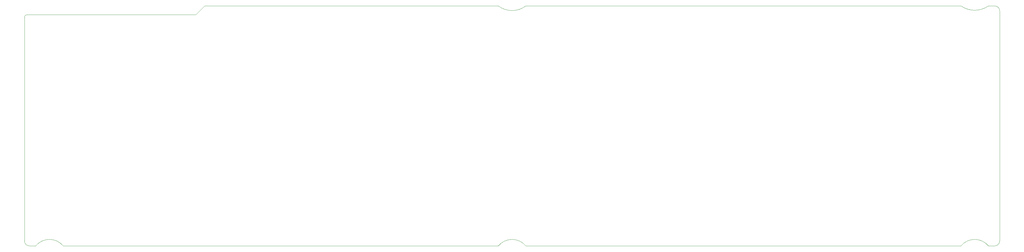
<source format=gbr>
%TF.GenerationSoftware,KiCad,Pcbnew,8.0.5*%
%TF.CreationDate,2024-09-17T11:40:20-04:00*%
%TF.ProjectId,Limousine,4c696d6f-7573-4696-9e65-2e6b69636164,rev?*%
%TF.SameCoordinates,Original*%
%TF.FileFunction,Profile,NP*%
%FSLAX46Y46*%
G04 Gerber Fmt 4.6, Leading zero omitted, Abs format (unit mm)*
G04 Created by KiCad (PCBNEW 8.0.5) date 2024-09-17 11:40:20*
%MOMM*%
%LPD*%
G01*
G04 APERTURE LIST*
%TA.AperFunction,Profile*%
%ADD10C,0.050000*%
%TD*%
G04 APERTURE END LIST*
D10*
X17462500Y-92075000D02*
G75*
G02*
X15875000Y-90487500I0J1587500D01*
G01*
X166290625Y-92075000D02*
G75*
G02*
X175021875Y-92075000I4365625J-3571874D01*
G01*
X19446875Y-92075000D02*
G75*
G02*
X28178125Y-92075000I4365625J-3571874D01*
G01*
X321865625Y-15875000D02*
G75*
G02*
X313134375Y-15875000I-4365625J6234760D01*
G01*
X321865625Y-92075000D02*
X323850000Y-92075000D01*
X175021875Y-92075000D02*
X313134375Y-92075000D01*
X325437500Y-90487500D02*
G75*
G02*
X323850000Y-92075000I-1587500J0D01*
G01*
X73025000Y-15875000D02*
X70246875Y-18653125D01*
X15875000Y-19446875D02*
G75*
G02*
X16668750Y-18653100I793800J-25D01*
G01*
X15875000Y-19446875D02*
X15875000Y-90487500D01*
X175021875Y-15875000D02*
G75*
G02*
X166290625Y-15875000I-4365625J5689393D01*
G01*
X313134375Y-92075000D02*
G75*
G02*
X321865625Y-92075000I4365625J-3571874D01*
G01*
X17462500Y-92075000D02*
X19446875Y-92075000D01*
X70246875Y-18653125D02*
X16668750Y-18653125D01*
X321865625Y-15875000D02*
X323850000Y-15875000D01*
X175021875Y-15875000D02*
X313134375Y-15875000D01*
X166290625Y-15875000D02*
X73025000Y-15875000D01*
X323850000Y-15875000D02*
G75*
G02*
X325437500Y-17462500I0J-1587500D01*
G01*
X166290625Y-92075000D02*
X28178125Y-92075000D01*
X325437500Y-17462500D02*
X325437500Y-90487500D01*
M02*

</source>
